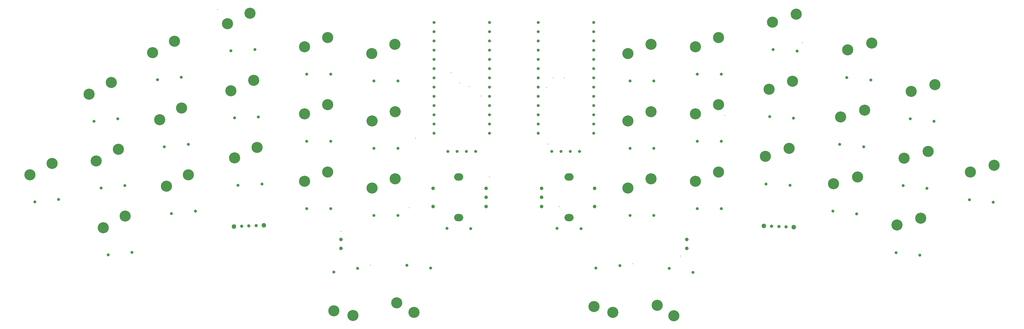
<source format=gbr>
%TF.GenerationSoftware,KiCad,Pcbnew,7.0.9*%
%TF.CreationDate,2024-02-19T09:25:46+08:00*%
%TF.ProjectId,ascend,61736365-6e64-42e6-9b69-6361645f7063,v1.2*%
%TF.SameCoordinates,Original*%
%TF.FileFunction,Plated,1,2,PTH,Mixed*%
%TF.FilePolarity,Positive*%
%FSLAX46Y46*%
G04 Gerber Fmt 4.6, Leading zero omitted, Abs format (unit mm)*
G04 Created by KiCad (PCBNEW 7.0.9) date 2024-02-19 09:25:46*
%MOMM*%
%LPD*%
G01*
G04 APERTURE LIST*
%TA.AperFunction,ViaDrill*%
%ADD10C,0.254000*%
%TD*%
%TA.AperFunction,ComponentDrill*%
%ADD11C,0.800000*%
%TD*%
%TA.AperFunction,ComponentDrill*%
%ADD12C,0.812800*%
%TD*%
%TA.AperFunction,ComponentDrill*%
%ADD13C,0.900000*%
%TD*%
%TA.AperFunction,ComponentDrill*%
%ADD14C,1.000000*%
%TD*%
%TA.AperFunction,ComponentDrill*%
%ADD15C,1.300000*%
%TD*%
G04 aperture for slot hole*
%TA.AperFunction,ComponentDrill*%
%ADD16O,2.500000X2.000000*%
%TD*%
%TA.AperFunction,ComponentDrill*%
%ADD17C,3.050000*%
%TD*%
G04 APERTURE END LIST*
D10*
X137955885Y-102982257D03*
X171785885Y-163972257D03*
X179925885Y-173282257D03*
X190625885Y-157502257D03*
X192255885Y-138372257D03*
X202105885Y-120302257D03*
X204375885Y-123212257D03*
X206995885Y-124092257D03*
X210205885Y-126752257D03*
X212595885Y-148962257D03*
X228285885Y-124362257D03*
X228705885Y-139902257D03*
X230150885Y-121757257D03*
X231755885Y-157102257D03*
X233145885Y-121702257D03*
X251995885Y-172852257D03*
X265075885Y-170722257D03*
X277235885Y-132102257D03*
X298515885Y-112122257D03*
D11*
%TO.C,D1*%
X87710198Y-155869981D03*
X94261215Y-155201551D03*
%TO.C,D2*%
X103976474Y-133647959D03*
%TO.C,D3*%
X105910249Y-152046614D03*
%TO.C,D4*%
X107844027Y-170445270D03*
%TO.C,D2*%
X110527491Y-132979529D03*
%TO.C,D3*%
X112461266Y-151378184D03*
%TO.C,D4*%
X114395044Y-169776840D03*
%TO.C,D5*%
X121382108Y-122266226D03*
%TO.C,D6*%
X123315885Y-140664880D03*
%TO.C,D7*%
X125249661Y-159063537D03*
%TO.C,D5*%
X127933125Y-121597796D03*
%TO.C,D6*%
X129866902Y-139996450D03*
%TO.C,D7*%
X131800678Y-158395107D03*
%TO.C,D8*%
X141584731Y-114313013D03*
%TO.C,D9*%
X142552949Y-132787660D03*
%TO.C,D10*%
X143521162Y-151262308D03*
%TO.C,D8*%
X148161753Y-113988354D03*
%TO.C,D9*%
X149129971Y-132463001D03*
%TO.C,D10*%
X150098184Y-150937649D03*
%TO.C,D11*%
X162385885Y-120702257D03*
%TO.C,D12*%
X162385885Y-139202257D03*
%TO.C,D13*%
X162385885Y-157702257D03*
%TO.C,D11*%
X168970885Y-120722257D03*
%TO.C,D12*%
X168970885Y-139222257D03*
%TO.C,D13*%
X168970885Y-157722257D03*
%TO.C,D14*%
X169821935Y-175190920D03*
X176328991Y-174180553D03*
%TO.C,D15*%
X180885885Y-122602257D03*
%TO.C,D16*%
X180885885Y-141102257D03*
%TO.C,D17*%
X180885885Y-159602257D03*
%TO.C,D15*%
X187470885Y-122622257D03*
%TO.C,D16*%
X187470885Y-141122257D03*
%TO.C,D17*%
X187470885Y-159622257D03*
%TO.C,D18*%
X189879606Y-173342384D03*
X196426442Y-174050595D03*
%TO.C,D19*%
X200885885Y-163174757D03*
X207470885Y-163194757D03*
%TO.C,D20*%
X231186385Y-163174757D03*
X237771385Y-163194757D03*
%TO.C,D4_r1*%
X241844751Y-174029686D03*
X248395768Y-173361256D03*
%TO.C,D1_r1*%
X251185885Y-122602257D03*
%TO.C,D2_r1*%
X251185885Y-141102257D03*
%TO.C,D3_r1*%
X251185885Y-159602257D03*
%TO.C,D1_r1*%
X257770885Y-122622257D03*
%TO.C,D2_r1*%
X257770885Y-141122257D03*
%TO.C,D3_r1*%
X257770885Y-159622257D03*
%TO.C,D8_r1*%
X261947244Y-174162058D03*
X268448043Y-175211932D03*
%TO.C,D5_r1*%
X269685885Y-120702257D03*
%TO.C,D6_r1*%
X269685885Y-139202257D03*
%TO.C,D7_r1*%
X269685885Y-157702257D03*
%TO.C,D5_r1*%
X276270885Y-120722257D03*
%TO.C,D6_r1*%
X276270885Y-139222257D03*
%TO.C,D7_r1*%
X276270885Y-157722257D03*
%TO.C,D11_r1*%
X288556385Y-150923599D03*
%TO.C,D10_r1*%
X289524602Y-132448953D03*
%TO.C,D9_r1*%
X290492816Y-113974307D03*
%TO.C,D11_r1*%
X295131313Y-151288204D03*
%TO.C,D10_r1*%
X296099530Y-132813558D03*
%TO.C,D9_r1*%
X297067744Y-114338912D03*
%TO.C,D14_r1*%
X306886003Y-158423531D03*
%TO.C,D13_r1*%
X308819782Y-140024876D03*
%TO.C,D12_r1*%
X310753556Y-121626221D03*
%TO.C,D14_r1*%
X313432839Y-159131742D03*
%TO.C,D13_r1*%
X315366618Y-140733087D03*
%TO.C,D12_r1*%
X317300392Y-122334432D03*
%TO.C,D17_r1*%
X324291638Y-169805264D03*
%TO.C,D16_r1*%
X326225416Y-151406611D03*
%TO.C,D15_r1*%
X328159191Y-133007956D03*
%TO.C,D17_r1*%
X330838474Y-170513475D03*
%TO.C,D16_r1*%
X332772252Y-152114822D03*
%TO.C,D15_r1*%
X334706027Y-133716167D03*
%TO.C,D18_r1*%
X344425466Y-155229980D03*
X350972302Y-155938191D03*
D12*
%TO.C,Pro_Micro_nRF58240_flip1*%
X197357285Y-106504257D03*
X197377285Y-109044257D03*
X197377285Y-111584257D03*
X197377285Y-114124257D03*
X197377285Y-116664257D03*
X197377285Y-119204257D03*
X197377285Y-121744257D03*
X197377285Y-124284257D03*
X197377285Y-126824257D03*
X197377285Y-129364257D03*
X197377285Y-131904257D03*
X197377285Y-134444257D03*
X197377285Y-136984257D03*
%TO.C,OL1*%
X201204504Y-141943686D03*
X203744504Y-141943686D03*
X206284504Y-141943686D03*
X208824504Y-141943686D03*
%TO.C,Pro_Micro_nRF58240_flip1*%
X212597285Y-106504257D03*
X212597285Y-109044257D03*
X212597285Y-111584257D03*
X212597285Y-114124257D03*
X212597285Y-116664257D03*
X212597285Y-119204257D03*
X212597285Y-121744257D03*
X212597285Y-124284257D03*
X212597285Y-126824257D03*
X212597285Y-129364257D03*
X212597285Y-131904257D03*
X212597285Y-134444257D03*
X212597285Y-136984257D03*
%TO.C,Pro_Micro_nRF58240_flip2*%
X225957285Y-106529257D03*
X225977285Y-109069257D03*
X225977285Y-111609257D03*
X225977285Y-114149257D03*
X225977285Y-116689257D03*
X225977285Y-119229257D03*
X225977285Y-121769257D03*
X225977285Y-124309257D03*
X225977285Y-126849257D03*
X225977285Y-129389257D03*
X225977285Y-131929257D03*
X225977285Y-134469257D03*
X225977285Y-137009257D03*
%TO.C,OL2*%
X229714504Y-141943686D03*
X232254504Y-141943686D03*
X234794504Y-141943686D03*
X237334504Y-141943686D03*
%TO.C,Pro_Micro_nRF58240_flip2*%
X241197285Y-106529257D03*
X241197285Y-109069257D03*
X241197285Y-111609257D03*
X241197285Y-114149257D03*
X241197285Y-116689257D03*
X241197285Y-119229257D03*
X241197285Y-121769257D03*
X241197285Y-124309257D03*
X241197285Y-126849257D03*
X241197285Y-129389257D03*
X241197285Y-131929257D03*
X241197285Y-134469257D03*
X241197285Y-137009257D03*
D13*
%TO.C,5feet_power1*%
X144516917Y-162578285D03*
X146515013Y-162491046D03*
X148513109Y-162403807D03*
%TO.C,5feet_power2*%
X290075502Y-162556327D03*
X292073598Y-162643566D03*
X294071694Y-162730805D03*
D14*
%TO.C,BT1*%
X171805885Y-166172257D03*
X171805885Y-168672257D03*
%TO.C,SW1*%
X197145885Y-152102257D03*
X197145885Y-157102257D03*
X211645885Y-152102257D03*
X211645885Y-154602257D03*
X211645885Y-157102257D03*
%TO.C,SW2*%
X226946385Y-152102257D03*
X226946385Y-154602257D03*
X226946385Y-157102257D03*
X241446385Y-152102257D03*
X241446385Y-157102257D03*
%TO.C,BT2*%
X266785885Y-166172257D03*
X266785885Y-168672257D03*
D15*
%TO.C,5feet_power1*%
X142418915Y-162669885D03*
X150611111Y-162312207D03*
%TO.C,5feet_power2*%
X287977500Y-162464727D03*
X296169696Y-162822405D03*
D16*
%TO.C,SW1*%
X204145885Y-149002257D03*
X204145885Y-160202257D03*
%TO.C,SW2*%
X234446385Y-149002257D03*
X234446385Y-160202257D03*
D17*
%TO.C,S1*%
X86375066Y-148428781D03*
X92424778Y-145238939D03*
%TO.C,S2*%
X102641340Y-126206754D03*
%TO.C,S3*%
X104575118Y-144605409D03*
%TO.C,S4*%
X106503665Y-162954339D03*
%TO.C,S2*%
X108691052Y-123016912D03*
%TO.C,S3*%
X110624830Y-141415567D03*
%TO.C,S4*%
X112553377Y-159764497D03*
%TO.C,S5*%
X120046975Y-114825021D03*
%TO.C,S6*%
X121980753Y-133223676D03*
%TO.C,S7*%
X123859576Y-151577832D03*
%TO.C,S5*%
X126096687Y-111635179D03*
%TO.C,S6*%
X128030465Y-130033834D03*
%TO.C,S7*%
X129909288Y-148387990D03*
%TO.C,S8*%
X140640871Y-106812133D03*
%TO.C,S9*%
X141609087Y-125286779D03*
%TO.C,S10*%
X142577301Y-143761427D03*
%TO.C,S8*%
X146849235Y-103943281D03*
%TO.C,S9*%
X147817451Y-122417927D03*
%TO.C,S10*%
X148785665Y-140892575D03*
%TO.C,S11*%
X161835885Y-113162257D03*
%TO.C,S12*%
X161835885Y-131662257D03*
%TO.C,S13*%
X161835885Y-150162257D03*
%TO.C,S11*%
X168185885Y-110622257D03*
%TO.C,S12*%
X168185885Y-129122257D03*
%TO.C,S13*%
X168185885Y-147622257D03*
%TO.C,S14*%
X169813247Y-185843428D03*
X175080201Y-187135401D03*
%TO.C,S15*%
X180285885Y-115062257D03*
%TO.C,S16*%
X180335885Y-133562257D03*
%TO.C,S17*%
X180335885Y-152062257D03*
%TO.C,S15*%
X186635885Y-112522257D03*
%TO.C,S16*%
X186685885Y-131022257D03*
%TO.C,S17*%
X186685885Y-149522257D03*
%TO.C,S18*%
X187114140Y-183629666D03*
X191867240Y-186240804D03*
%TO.C,S4_r1*%
X241278569Y-184667143D03*
X246470688Y-186232996D03*
%TO.C,S1_r1*%
X250635885Y-115062257D03*
%TO.C,S2_r1*%
X250635885Y-133562257D03*
%TO.C,S3_r1*%
X250635885Y-152062257D03*
%TO.C,S1_r1*%
X256985885Y-112522257D03*
%TO.C,S2_r1*%
X256985885Y-131022257D03*
%TO.C,S3_r1*%
X256985885Y-149522257D03*
%TO.C,S8_r1*%
X258647175Y-184290511D03*
X263257105Y-187146829D03*
%TO.C,S5_r1*%
X269135885Y-113162257D03*
%TO.C,S6_r1*%
X269135885Y-131662257D03*
%TO.C,S7_r1*%
X269135885Y-150162257D03*
%TO.C,S5_r1*%
X275485885Y-110622257D03*
%TO.C,S6_r1*%
X275485885Y-129122257D03*
%TO.C,S7_r1*%
X275485885Y-147622257D03*
%TO.C,S11_r1*%
X288401753Y-143365147D03*
%TO.C,S10_r1*%
X289369968Y-124890502D03*
%TO.C,S9_r1*%
X290338185Y-106415855D03*
%TO.C,S11_r1*%
X294875984Y-141160961D03*
%TO.C,S10_r1*%
X295844199Y-122686316D03*
%TO.C,S9_r1*%
X296812416Y-104211669D03*
%TO.C,S14_r1*%
X307127161Y-150867346D03*
%TO.C,S13_r1*%
X309060937Y-132468691D03*
%TO.C,S12_r1*%
X310994716Y-114070035D03*
%TO.C,S14_r1*%
X313707877Y-149005016D03*
%TO.C,S13_r1*%
X315641653Y-130606361D03*
%TO.C,S12_r1*%
X317575432Y-112207705D03*
%TO.C,S17_r1*%
X324510546Y-162221603D03*
%TO.C,S16_r1*%
X326466574Y-143850425D03*
%TO.C,S15_r1*%
X328400348Y-125451770D03*
%TO.C,S17_r1*%
X331091262Y-160359273D03*
%TO.C,S16_r1*%
X333047290Y-141988095D03*
%TO.C,S15_r1*%
X334981064Y-123589440D03*
%TO.C,S18_r1*%
X344644374Y-147646317D03*
X351225090Y-145783987D03*
M02*

</source>
